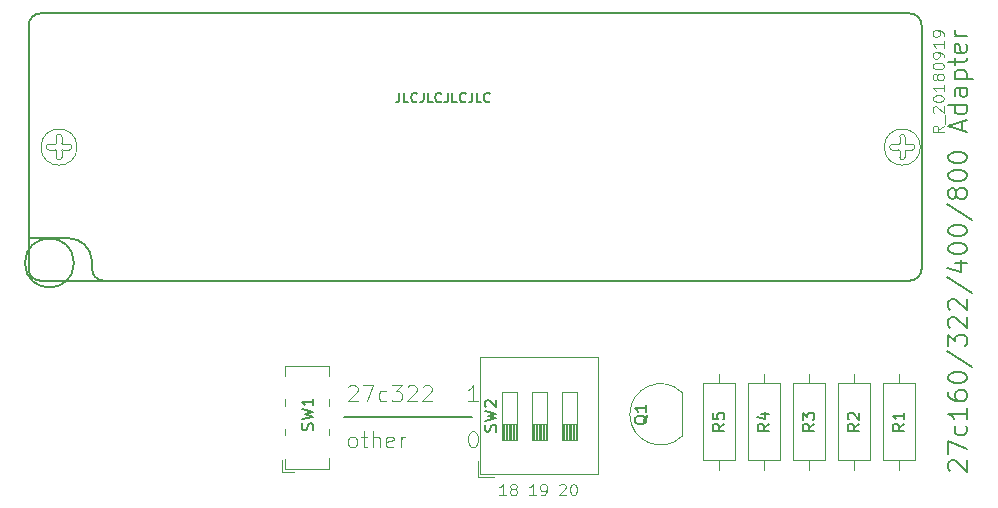
<source format=gbr>
G04 #@! TF.GenerationSoftware,KiCad,Pcbnew,(5.1.4)-1*
G04 #@! TF.CreationDate,2020-10-13T18:20:07+11:00*
G04 #@! TF.ProjectId,27C160_Adapter,32374331-3630-45f4-9164-61707465722e,rev?*
G04 #@! TF.SameCoordinates,Original*
G04 #@! TF.FileFunction,Legend,Top*
G04 #@! TF.FilePolarity,Positive*
%FSLAX46Y46*%
G04 Gerber Fmt 4.6, Leading zero omitted, Abs format (unit mm)*
G04 Created by KiCad (PCBNEW (5.1.4)-1) date 2020-10-13 18:20:07*
%MOMM*%
%LPD*%
G04 APERTURE LIST*
%ADD10C,0.200000*%
%ADD11C,0.081280*%
%ADD12C,0.134112*%
%ADD13C,0.150000*%
%ADD14C,0.113792*%
%ADD15C,0.120000*%
%ADD16C,0.203200*%
%ADD17C,0.101600*%
G04 APERTURE END LIST*
D10*
X139814761Y-91509904D02*
X139814761Y-92081333D01*
X139776666Y-92195619D01*
X139700476Y-92271809D01*
X139586190Y-92309904D01*
X139510000Y-92309904D01*
X140576666Y-92309904D02*
X140195714Y-92309904D01*
X140195714Y-91509904D01*
X141300476Y-92233714D02*
X141262380Y-92271809D01*
X141148095Y-92309904D01*
X141071904Y-92309904D01*
X140957619Y-92271809D01*
X140881428Y-92195619D01*
X140843333Y-92119428D01*
X140805238Y-91967047D01*
X140805238Y-91852761D01*
X140843333Y-91700380D01*
X140881428Y-91624190D01*
X140957619Y-91548000D01*
X141071904Y-91509904D01*
X141148095Y-91509904D01*
X141262380Y-91548000D01*
X141300476Y-91586095D01*
X141871904Y-91509904D02*
X141871904Y-92081333D01*
X141833809Y-92195619D01*
X141757619Y-92271809D01*
X141643333Y-92309904D01*
X141567142Y-92309904D01*
X142633809Y-92309904D02*
X142252857Y-92309904D01*
X142252857Y-91509904D01*
X143357619Y-92233714D02*
X143319523Y-92271809D01*
X143205238Y-92309904D01*
X143129047Y-92309904D01*
X143014761Y-92271809D01*
X142938571Y-92195619D01*
X142900476Y-92119428D01*
X142862380Y-91967047D01*
X142862380Y-91852761D01*
X142900476Y-91700380D01*
X142938571Y-91624190D01*
X143014761Y-91548000D01*
X143129047Y-91509904D01*
X143205238Y-91509904D01*
X143319523Y-91548000D01*
X143357619Y-91586095D01*
X143929047Y-91509904D02*
X143929047Y-92081333D01*
X143890952Y-92195619D01*
X143814761Y-92271809D01*
X143700476Y-92309904D01*
X143624285Y-92309904D01*
X144690952Y-92309904D02*
X144310000Y-92309904D01*
X144310000Y-91509904D01*
X145414761Y-92233714D02*
X145376666Y-92271809D01*
X145262380Y-92309904D01*
X145186190Y-92309904D01*
X145071904Y-92271809D01*
X144995714Y-92195619D01*
X144957619Y-92119428D01*
X144919523Y-91967047D01*
X144919523Y-91852761D01*
X144957619Y-91700380D01*
X144995714Y-91624190D01*
X145071904Y-91548000D01*
X145186190Y-91509904D01*
X145262380Y-91509904D01*
X145376666Y-91548000D01*
X145414761Y-91586095D01*
X145986190Y-91509904D02*
X145986190Y-92081333D01*
X145948095Y-92195619D01*
X145871904Y-92271809D01*
X145757619Y-92309904D01*
X145681428Y-92309904D01*
X146748095Y-92309904D02*
X146367142Y-92309904D01*
X146367142Y-91509904D01*
X147471904Y-92233714D02*
X147433809Y-92271809D01*
X147319523Y-92309904D01*
X147243333Y-92309904D01*
X147129047Y-92271809D01*
X147052857Y-92195619D01*
X147014761Y-92119428D01*
X146976666Y-91967047D01*
X146976666Y-91852761D01*
X147014761Y-91700380D01*
X147052857Y-91624190D01*
X147129047Y-91548000D01*
X147243333Y-91509904D01*
X147319523Y-91509904D01*
X147433809Y-91548000D01*
X147471904Y-91586095D01*
D11*
X185917598Y-94316585D02*
X185457979Y-94638318D01*
X185917598Y-94868128D02*
X184952398Y-94868128D01*
X184952398Y-94500433D01*
X184998360Y-94408509D01*
X185044321Y-94362547D01*
X185136245Y-94316585D01*
X185274131Y-94316585D01*
X185366055Y-94362547D01*
X185412017Y-94408509D01*
X185457979Y-94500433D01*
X185457979Y-94868128D01*
X186009521Y-94132738D02*
X186009521Y-93397347D01*
X185044321Y-93213499D02*
X184998360Y-93167538D01*
X184952398Y-93075614D01*
X184952398Y-92845804D01*
X184998360Y-92753880D01*
X185044321Y-92707918D01*
X185136245Y-92661957D01*
X185228169Y-92661957D01*
X185366055Y-92707918D01*
X185917598Y-93259461D01*
X185917598Y-92661957D01*
X184952398Y-92064452D02*
X184952398Y-91972528D01*
X184998360Y-91880604D01*
X185044321Y-91834642D01*
X185136245Y-91788680D01*
X185320093Y-91742718D01*
X185549902Y-91742718D01*
X185733750Y-91788680D01*
X185825674Y-91834642D01*
X185871636Y-91880604D01*
X185917598Y-91972528D01*
X185917598Y-92064452D01*
X185871636Y-92156376D01*
X185825674Y-92202338D01*
X185733750Y-92248299D01*
X185549902Y-92294261D01*
X185320093Y-92294261D01*
X185136245Y-92248299D01*
X185044321Y-92202338D01*
X184998360Y-92156376D01*
X184952398Y-92064452D01*
X185917598Y-90823480D02*
X185917598Y-91375023D01*
X185917598Y-91099252D02*
X184952398Y-91099252D01*
X185090283Y-91191176D01*
X185182207Y-91283099D01*
X185228169Y-91375023D01*
X185366055Y-90271938D02*
X185320093Y-90363861D01*
X185274131Y-90409823D01*
X185182207Y-90455785D01*
X185136245Y-90455785D01*
X185044321Y-90409823D01*
X184998360Y-90363861D01*
X184952398Y-90271938D01*
X184952398Y-90088090D01*
X184998360Y-89996166D01*
X185044321Y-89950204D01*
X185136245Y-89904242D01*
X185182207Y-89904242D01*
X185274131Y-89950204D01*
X185320093Y-89996166D01*
X185366055Y-90088090D01*
X185366055Y-90271938D01*
X185412017Y-90363861D01*
X185457979Y-90409823D01*
X185549902Y-90455785D01*
X185733750Y-90455785D01*
X185825674Y-90409823D01*
X185871636Y-90363861D01*
X185917598Y-90271938D01*
X185917598Y-90088090D01*
X185871636Y-89996166D01*
X185825674Y-89950204D01*
X185733750Y-89904242D01*
X185549902Y-89904242D01*
X185457979Y-89950204D01*
X185412017Y-89996166D01*
X185366055Y-90088090D01*
X184952398Y-89306738D02*
X184952398Y-89214814D01*
X184998360Y-89122890D01*
X185044321Y-89076928D01*
X185136245Y-89030966D01*
X185320093Y-88985004D01*
X185549902Y-88985004D01*
X185733750Y-89030966D01*
X185825674Y-89076928D01*
X185871636Y-89122890D01*
X185917598Y-89214814D01*
X185917598Y-89306738D01*
X185871636Y-89398661D01*
X185825674Y-89444623D01*
X185733750Y-89490585D01*
X185549902Y-89536547D01*
X185320093Y-89536547D01*
X185136245Y-89490585D01*
X185044321Y-89444623D01*
X184998360Y-89398661D01*
X184952398Y-89306738D01*
X185917598Y-88525385D02*
X185917598Y-88341538D01*
X185871636Y-88249614D01*
X185825674Y-88203652D01*
X185687788Y-88111728D01*
X185503940Y-88065766D01*
X185136245Y-88065766D01*
X185044321Y-88111728D01*
X184998360Y-88157690D01*
X184952398Y-88249614D01*
X184952398Y-88433461D01*
X184998360Y-88525385D01*
X185044321Y-88571347D01*
X185136245Y-88617309D01*
X185366055Y-88617309D01*
X185457979Y-88571347D01*
X185503940Y-88525385D01*
X185549902Y-88433461D01*
X185549902Y-88249614D01*
X185503940Y-88157690D01*
X185457979Y-88111728D01*
X185366055Y-88065766D01*
X185917598Y-87146528D02*
X185917598Y-87698071D01*
X185917598Y-87422299D02*
X184952398Y-87422299D01*
X185090283Y-87514223D01*
X185182207Y-87606147D01*
X185228169Y-87698071D01*
X185917598Y-86686909D02*
X185917598Y-86503061D01*
X185871636Y-86411138D01*
X185825674Y-86365176D01*
X185687788Y-86273252D01*
X185503940Y-86227290D01*
X185136245Y-86227290D01*
X185044321Y-86273252D01*
X184998360Y-86319214D01*
X184952398Y-86411138D01*
X184952398Y-86594985D01*
X184998360Y-86686909D01*
X185044321Y-86732871D01*
X185136245Y-86778833D01*
X185366055Y-86778833D01*
X185457979Y-86732871D01*
X185503940Y-86686909D01*
X185549902Y-86594985D01*
X185549902Y-86411138D01*
X185503940Y-86319214D01*
X185457979Y-86273252D01*
X185366055Y-86227290D01*
D12*
X186443257Y-123525482D02*
X186367420Y-123449645D01*
X186291582Y-123297971D01*
X186291582Y-122918785D01*
X186367420Y-122767111D01*
X186443257Y-122691274D01*
X186594931Y-122615436D01*
X186746605Y-122615436D01*
X186974117Y-122691274D01*
X187884162Y-123601319D01*
X187884162Y-122615436D01*
X186291582Y-122084576D02*
X186291582Y-121022856D01*
X187884162Y-121705391D01*
X187808325Y-119733625D02*
X187884162Y-119885299D01*
X187884162Y-120188648D01*
X187808325Y-120340322D01*
X187732488Y-120416159D01*
X187580814Y-120491996D01*
X187125791Y-120491996D01*
X186974117Y-120416159D01*
X186898280Y-120340322D01*
X186822442Y-120188648D01*
X186822442Y-119885299D01*
X186898280Y-119733625D01*
X187884162Y-118216882D02*
X187884162Y-119126928D01*
X187884162Y-118671905D02*
X186291582Y-118671905D01*
X186519094Y-118823579D01*
X186670768Y-118975254D01*
X186746605Y-119126928D01*
X186291582Y-116851814D02*
X186291582Y-117155162D01*
X186367420Y-117306836D01*
X186443257Y-117382674D01*
X186670768Y-117534348D01*
X186974117Y-117610185D01*
X187580814Y-117610185D01*
X187732488Y-117534348D01*
X187808325Y-117458511D01*
X187884162Y-117306836D01*
X187884162Y-117003488D01*
X187808325Y-116851814D01*
X187732488Y-116775976D01*
X187580814Y-116700139D01*
X187201628Y-116700139D01*
X187049954Y-116775976D01*
X186974117Y-116851814D01*
X186898280Y-117003488D01*
X186898280Y-117306836D01*
X186974117Y-117458511D01*
X187049954Y-117534348D01*
X187201628Y-117610185D01*
X186291582Y-115714256D02*
X186291582Y-115562582D01*
X186367420Y-115410908D01*
X186443257Y-115335071D01*
X186594931Y-115259234D01*
X186898280Y-115183396D01*
X187277465Y-115183396D01*
X187580814Y-115259234D01*
X187732488Y-115335071D01*
X187808325Y-115410908D01*
X187884162Y-115562582D01*
X187884162Y-115714256D01*
X187808325Y-115865931D01*
X187732488Y-115941768D01*
X187580814Y-116017605D01*
X187277465Y-116093442D01*
X186898280Y-116093442D01*
X186594931Y-116017605D01*
X186443257Y-115941768D01*
X186367420Y-115865931D01*
X186291582Y-115714256D01*
X186215745Y-113363305D02*
X188263348Y-114728374D01*
X186291582Y-112984119D02*
X186291582Y-111998236D01*
X186898280Y-112529096D01*
X186898280Y-112301585D01*
X186974117Y-112149911D01*
X187049954Y-112074074D01*
X187201628Y-111998236D01*
X187580814Y-111998236D01*
X187732488Y-112074074D01*
X187808325Y-112149911D01*
X187884162Y-112301585D01*
X187884162Y-112756608D01*
X187808325Y-112908282D01*
X187732488Y-112984119D01*
X186443257Y-111391539D02*
X186367420Y-111315702D01*
X186291582Y-111164028D01*
X186291582Y-110784842D01*
X186367420Y-110633168D01*
X186443257Y-110557331D01*
X186594931Y-110481494D01*
X186746605Y-110481494D01*
X186974117Y-110557331D01*
X187884162Y-111467376D01*
X187884162Y-110481494D01*
X186443257Y-109874796D02*
X186367420Y-109798959D01*
X186291582Y-109647285D01*
X186291582Y-109268099D01*
X186367420Y-109116425D01*
X186443257Y-109040588D01*
X186594931Y-108964751D01*
X186746605Y-108964751D01*
X186974117Y-109040588D01*
X187884162Y-109950634D01*
X187884162Y-108964751D01*
X186215745Y-107144659D02*
X188263348Y-108509728D01*
X186822442Y-105931265D02*
X187884162Y-105931265D01*
X186215745Y-106310451D02*
X187353302Y-106689636D01*
X187353302Y-105703754D01*
X186291582Y-104793708D02*
X186291582Y-104642034D01*
X186367420Y-104490359D01*
X186443257Y-104414522D01*
X186594931Y-104338685D01*
X186898280Y-104262848D01*
X187277465Y-104262848D01*
X187580814Y-104338685D01*
X187732488Y-104414522D01*
X187808325Y-104490359D01*
X187884162Y-104642034D01*
X187884162Y-104793708D01*
X187808325Y-104945382D01*
X187732488Y-105021219D01*
X187580814Y-105097056D01*
X187277465Y-105172894D01*
X186898280Y-105172894D01*
X186594931Y-105097056D01*
X186443257Y-105021219D01*
X186367420Y-104945382D01*
X186291582Y-104793708D01*
X186291582Y-103276965D02*
X186291582Y-103125291D01*
X186367420Y-102973616D01*
X186443257Y-102897779D01*
X186594931Y-102821942D01*
X186898280Y-102746105D01*
X187277465Y-102746105D01*
X187580814Y-102821942D01*
X187732488Y-102897779D01*
X187808325Y-102973616D01*
X187884162Y-103125291D01*
X187884162Y-103276965D01*
X187808325Y-103428639D01*
X187732488Y-103504476D01*
X187580814Y-103580314D01*
X187277465Y-103656151D01*
X186898280Y-103656151D01*
X186594931Y-103580314D01*
X186443257Y-103504476D01*
X186367420Y-103428639D01*
X186291582Y-103276965D01*
X186215745Y-100926014D02*
X188263348Y-102291082D01*
X186974117Y-100167642D02*
X186898280Y-100319316D01*
X186822442Y-100395154D01*
X186670768Y-100470991D01*
X186594931Y-100470991D01*
X186443257Y-100395154D01*
X186367420Y-100319316D01*
X186291582Y-100167642D01*
X186291582Y-99864294D01*
X186367420Y-99712619D01*
X186443257Y-99636782D01*
X186594931Y-99560945D01*
X186670768Y-99560945D01*
X186822442Y-99636782D01*
X186898280Y-99712619D01*
X186974117Y-99864294D01*
X186974117Y-100167642D01*
X187049954Y-100319316D01*
X187125791Y-100395154D01*
X187277465Y-100470991D01*
X187580814Y-100470991D01*
X187732488Y-100395154D01*
X187808325Y-100319316D01*
X187884162Y-100167642D01*
X187884162Y-99864294D01*
X187808325Y-99712619D01*
X187732488Y-99636782D01*
X187580814Y-99560945D01*
X187277465Y-99560945D01*
X187125791Y-99636782D01*
X187049954Y-99712619D01*
X186974117Y-99864294D01*
X186291582Y-98575062D02*
X186291582Y-98423388D01*
X186367420Y-98271714D01*
X186443257Y-98195876D01*
X186594931Y-98120039D01*
X186898280Y-98044202D01*
X187277465Y-98044202D01*
X187580814Y-98120039D01*
X187732488Y-98195876D01*
X187808325Y-98271714D01*
X187884162Y-98423388D01*
X187884162Y-98575062D01*
X187808325Y-98726736D01*
X187732488Y-98802574D01*
X187580814Y-98878411D01*
X187277465Y-98954248D01*
X186898280Y-98954248D01*
X186594931Y-98878411D01*
X186443257Y-98802574D01*
X186367420Y-98726736D01*
X186291582Y-98575062D01*
X186291582Y-97058319D02*
X186291582Y-96906645D01*
X186367420Y-96754971D01*
X186443257Y-96679134D01*
X186594931Y-96603296D01*
X186898280Y-96527459D01*
X187277465Y-96527459D01*
X187580814Y-96603296D01*
X187732488Y-96679134D01*
X187808325Y-96754971D01*
X187884162Y-96906645D01*
X187884162Y-97058319D01*
X187808325Y-97209994D01*
X187732488Y-97285831D01*
X187580814Y-97361668D01*
X187277465Y-97437505D01*
X186898280Y-97437505D01*
X186594931Y-97361668D01*
X186443257Y-97285831D01*
X186367420Y-97209994D01*
X186291582Y-97058319D01*
X187429140Y-94707368D02*
X187429140Y-93948996D01*
X187884162Y-94859042D02*
X186291582Y-94328182D01*
X187884162Y-93797322D01*
X187884162Y-92583928D02*
X186291582Y-92583928D01*
X187808325Y-92583928D02*
X187884162Y-92735602D01*
X187884162Y-93038951D01*
X187808325Y-93190625D01*
X187732488Y-93266462D01*
X187580814Y-93342299D01*
X187125791Y-93342299D01*
X186974117Y-93266462D01*
X186898280Y-93190625D01*
X186822442Y-93038951D01*
X186822442Y-92735602D01*
X186898280Y-92583928D01*
X187884162Y-91143022D02*
X187049954Y-91143022D01*
X186898280Y-91218859D01*
X186822442Y-91370534D01*
X186822442Y-91673882D01*
X186898280Y-91825556D01*
X187808325Y-91143022D02*
X187884162Y-91294696D01*
X187884162Y-91673882D01*
X187808325Y-91825556D01*
X187656651Y-91901394D01*
X187504977Y-91901394D01*
X187353302Y-91825556D01*
X187277465Y-91673882D01*
X187277465Y-91294696D01*
X187201628Y-91143022D01*
X186822442Y-90384651D02*
X188415022Y-90384651D01*
X186898280Y-90384651D02*
X186822442Y-90232976D01*
X186822442Y-89929628D01*
X186898280Y-89777954D01*
X186974117Y-89702116D01*
X187125791Y-89626279D01*
X187580814Y-89626279D01*
X187732488Y-89702116D01*
X187808325Y-89777954D01*
X187884162Y-89929628D01*
X187884162Y-90232976D01*
X187808325Y-90384651D01*
X186822442Y-89171256D02*
X186822442Y-88564559D01*
X186291582Y-88943745D02*
X187656651Y-88943745D01*
X187808325Y-88867908D01*
X187884162Y-88716234D01*
X187884162Y-88564559D01*
X187808325Y-87427002D02*
X187884162Y-87578676D01*
X187884162Y-87882025D01*
X187808325Y-88033699D01*
X187656651Y-88109536D01*
X187049954Y-88109536D01*
X186898280Y-88033699D01*
X186822442Y-87882025D01*
X186822442Y-87578676D01*
X186898280Y-87427002D01*
X187049954Y-87351165D01*
X187201628Y-87351165D01*
X187353302Y-88109536D01*
X187884162Y-86668631D02*
X186822442Y-86668631D01*
X187125791Y-86668631D02*
X186974117Y-86592794D01*
X186898280Y-86516956D01*
X186822442Y-86365282D01*
X186822442Y-86213608D01*
D11*
X148831082Y-125607838D02*
X148279539Y-125607838D01*
X148555310Y-125607838D02*
X148555310Y-124642638D01*
X148463387Y-124780523D01*
X148371463Y-124872447D01*
X148279539Y-124918409D01*
X149382625Y-125056295D02*
X149290701Y-125010333D01*
X149244739Y-124964371D01*
X149198777Y-124872447D01*
X149198777Y-124826485D01*
X149244739Y-124734561D01*
X149290701Y-124688600D01*
X149382625Y-124642638D01*
X149566472Y-124642638D01*
X149658396Y-124688600D01*
X149704358Y-124734561D01*
X149750320Y-124826485D01*
X149750320Y-124872447D01*
X149704358Y-124964371D01*
X149658396Y-125010333D01*
X149566472Y-125056295D01*
X149382625Y-125056295D01*
X149290701Y-125102257D01*
X149244739Y-125148219D01*
X149198777Y-125240142D01*
X149198777Y-125423990D01*
X149244739Y-125515914D01*
X149290701Y-125561876D01*
X149382625Y-125607838D01*
X149566472Y-125607838D01*
X149658396Y-125561876D01*
X149704358Y-125515914D01*
X149750320Y-125423990D01*
X149750320Y-125240142D01*
X149704358Y-125148219D01*
X149658396Y-125102257D01*
X149566472Y-125056295D01*
X151371082Y-125607838D02*
X150819539Y-125607838D01*
X151095310Y-125607838D02*
X151095310Y-124642638D01*
X151003387Y-124780523D01*
X150911463Y-124872447D01*
X150819539Y-124918409D01*
X151830701Y-125607838D02*
X152014548Y-125607838D01*
X152106472Y-125561876D01*
X152152434Y-125515914D01*
X152244358Y-125378028D01*
X152290320Y-125194180D01*
X152290320Y-124826485D01*
X152244358Y-124734561D01*
X152198396Y-124688600D01*
X152106472Y-124642638D01*
X151922625Y-124642638D01*
X151830701Y-124688600D01*
X151784739Y-124734561D01*
X151738777Y-124826485D01*
X151738777Y-125056295D01*
X151784739Y-125148219D01*
X151830701Y-125194180D01*
X151922625Y-125240142D01*
X152106472Y-125240142D01*
X152198396Y-125194180D01*
X152244358Y-125148219D01*
X152290320Y-125056295D01*
X153359539Y-124734561D02*
X153405501Y-124688600D01*
X153497425Y-124642638D01*
X153727234Y-124642638D01*
X153819158Y-124688600D01*
X153865120Y-124734561D01*
X153911082Y-124826485D01*
X153911082Y-124918409D01*
X153865120Y-125056295D01*
X153313577Y-125607838D01*
X153911082Y-125607838D01*
X154508587Y-124642638D02*
X154600510Y-124642638D01*
X154692434Y-124688600D01*
X154738396Y-124734561D01*
X154784358Y-124826485D01*
X154830320Y-125010333D01*
X154830320Y-125240142D01*
X154784358Y-125423990D01*
X154738396Y-125515914D01*
X154692434Y-125561876D01*
X154600510Y-125607838D01*
X154508587Y-125607838D01*
X154416663Y-125561876D01*
X154370701Y-125515914D01*
X154324739Y-125423990D01*
X154278777Y-125240142D01*
X154278777Y-125010333D01*
X154324739Y-124826485D01*
X154370701Y-124734561D01*
X154416663Y-124688600D01*
X154508587Y-124642638D01*
D13*
X135166100Y-118973600D02*
X145961100Y-118973600D01*
D14*
X135497451Y-116416666D02*
X135561798Y-116352320D01*
X135690491Y-116287973D01*
X136012224Y-116287973D01*
X136140918Y-116352320D01*
X136205264Y-116416666D01*
X136269611Y-116545360D01*
X136269611Y-116674053D01*
X136205264Y-116867093D01*
X135433104Y-117639253D01*
X136269611Y-117639253D01*
X136720038Y-116287973D02*
X137620891Y-116287973D01*
X137041771Y-117639253D01*
X138714784Y-117574906D02*
X138586091Y-117639253D01*
X138328704Y-117639253D01*
X138200011Y-117574906D01*
X138135664Y-117510560D01*
X138071318Y-117381866D01*
X138071318Y-116995786D01*
X138135664Y-116867093D01*
X138200011Y-116802746D01*
X138328704Y-116738400D01*
X138586091Y-116738400D01*
X138714784Y-116802746D01*
X139165211Y-116287973D02*
X140001718Y-116287973D01*
X139551291Y-116802746D01*
X139744331Y-116802746D01*
X139873024Y-116867093D01*
X139937371Y-116931440D01*
X140001718Y-117060133D01*
X140001718Y-117381866D01*
X139937371Y-117510560D01*
X139873024Y-117574906D01*
X139744331Y-117639253D01*
X139358251Y-117639253D01*
X139229558Y-117574906D01*
X139165211Y-117510560D01*
X140516491Y-116416666D02*
X140580838Y-116352320D01*
X140709531Y-116287973D01*
X141031264Y-116287973D01*
X141159958Y-116352320D01*
X141224304Y-116416666D01*
X141288651Y-116545360D01*
X141288651Y-116674053D01*
X141224304Y-116867093D01*
X140452144Y-117639253D01*
X141288651Y-117639253D01*
X141803424Y-116416666D02*
X141867771Y-116352320D01*
X141996464Y-116287973D01*
X142318198Y-116287973D01*
X142446891Y-116352320D01*
X142511238Y-116416666D01*
X142575584Y-116545360D01*
X142575584Y-116674053D01*
X142511238Y-116867093D01*
X141739078Y-117639253D01*
X142575584Y-117639253D01*
X135754838Y-121530533D02*
X135626144Y-121466186D01*
X135561798Y-121401840D01*
X135497451Y-121273146D01*
X135497451Y-120887066D01*
X135561798Y-120758373D01*
X135626144Y-120694026D01*
X135754838Y-120629680D01*
X135947878Y-120629680D01*
X136076571Y-120694026D01*
X136140918Y-120758373D01*
X136205264Y-120887066D01*
X136205264Y-121273146D01*
X136140918Y-121401840D01*
X136076571Y-121466186D01*
X135947878Y-121530533D01*
X135754838Y-121530533D01*
X136591344Y-120629680D02*
X137106118Y-120629680D01*
X136784384Y-120179253D02*
X136784384Y-121337493D01*
X136848731Y-121466186D01*
X136977424Y-121530533D01*
X137106118Y-121530533D01*
X137556544Y-121530533D02*
X137556544Y-120179253D01*
X138135664Y-121530533D02*
X138135664Y-120822720D01*
X138071318Y-120694026D01*
X137942624Y-120629680D01*
X137749584Y-120629680D01*
X137620891Y-120694026D01*
X137556544Y-120758373D01*
X139293904Y-121466186D02*
X139165211Y-121530533D01*
X138907824Y-121530533D01*
X138779131Y-121466186D01*
X138714784Y-121337493D01*
X138714784Y-120822720D01*
X138779131Y-120694026D01*
X138907824Y-120629680D01*
X139165211Y-120629680D01*
X139293904Y-120694026D01*
X139358251Y-120822720D01*
X139358251Y-120951413D01*
X138714784Y-121080106D01*
X139937371Y-121530533D02*
X139937371Y-120629680D01*
X139937371Y-120887066D02*
X140001718Y-120758373D01*
X140066064Y-120694026D01*
X140194758Y-120629680D01*
X140323451Y-120629680D01*
X146429611Y-117639253D02*
X145657451Y-117639253D01*
X146043531Y-117639253D02*
X146043531Y-116287973D01*
X145914838Y-116481013D01*
X145786144Y-116609706D01*
X145657451Y-116674053D01*
X145979184Y-120179253D02*
X146107878Y-120179253D01*
X146236571Y-120243600D01*
X146300918Y-120307946D01*
X146365264Y-120436640D01*
X146429611Y-120694026D01*
X146429611Y-121015760D01*
X146365264Y-121273146D01*
X146300918Y-121401840D01*
X146236571Y-121466186D01*
X146107878Y-121530533D01*
X145979184Y-121530533D01*
X145850491Y-121466186D01*
X145786144Y-121401840D01*
X145721798Y-121273146D01*
X145657451Y-121015760D01*
X145657451Y-120694026D01*
X145721798Y-120436640D01*
X145786144Y-120307946D01*
X145850491Y-120243600D01*
X145979184Y-120179253D01*
D15*
X174498000Y-123420000D02*
X174498000Y-122650000D01*
X174498000Y-115340000D02*
X174498000Y-116110000D01*
X175868000Y-122650000D02*
X175868000Y-116110000D01*
X173128000Y-122650000D02*
X175868000Y-122650000D01*
X173128000Y-116110000D02*
X173128000Y-122650000D01*
X175868000Y-116110000D02*
X173128000Y-116110000D01*
X163763478Y-116906522D02*
G75*
G03X159325000Y-118745000I-1838478J-1838478D01*
G01*
X163763478Y-120583478D02*
G75*
G02X159325000Y-118745000I-1838478J1838478D01*
G01*
X163775000Y-120545000D02*
X163775000Y-116945000D01*
X178308000Y-123420000D02*
X178308000Y-122650000D01*
X178308000Y-115340000D02*
X178308000Y-116110000D01*
X179678000Y-122650000D02*
X179678000Y-116110000D01*
X176938000Y-122650000D02*
X179678000Y-122650000D01*
X176938000Y-116110000D02*
X176938000Y-122650000D01*
X179678000Y-116110000D02*
X176938000Y-116110000D01*
X182118000Y-123420000D02*
X182118000Y-122650000D01*
X182118000Y-115340000D02*
X182118000Y-116110000D01*
X183488000Y-122650000D02*
X183488000Y-116110000D01*
X180748000Y-122650000D02*
X183488000Y-122650000D01*
X180748000Y-116110000D02*
X180748000Y-122650000D01*
X183488000Y-116110000D02*
X180748000Y-116110000D01*
X170688000Y-115340000D02*
X170688000Y-116110000D01*
X170688000Y-123420000D02*
X170688000Y-122650000D01*
X169318000Y-116110000D02*
X169318000Y-122650000D01*
X172058000Y-116110000D02*
X169318000Y-116110000D01*
X172058000Y-122650000D02*
X172058000Y-116110000D01*
X169318000Y-122650000D02*
X172058000Y-122650000D01*
X166878000Y-115340000D02*
X166878000Y-116110000D01*
X166878000Y-123420000D02*
X166878000Y-122650000D01*
X165508000Y-116110000D02*
X165508000Y-122650000D01*
X168248000Y-116110000D02*
X165508000Y-116110000D01*
X168248000Y-122650000D02*
X168248000Y-116110000D01*
X165508000Y-122650000D02*
X168248000Y-122650000D01*
X153543000Y-119548667D02*
X154813000Y-119548667D01*
X154743000Y-120902000D02*
X154743000Y-119548667D01*
X154623000Y-120902000D02*
X154623000Y-119548667D01*
X154503000Y-120902000D02*
X154503000Y-119548667D01*
X154383000Y-120902000D02*
X154383000Y-119548667D01*
X154263000Y-120902000D02*
X154263000Y-119548667D01*
X154143000Y-120902000D02*
X154143000Y-119548667D01*
X154023000Y-120902000D02*
X154023000Y-119548667D01*
X153903000Y-120902000D02*
X153903000Y-119548667D01*
X153783000Y-120902000D02*
X153783000Y-119548667D01*
X153663000Y-120902000D02*
X153663000Y-119548667D01*
X153543000Y-116842000D02*
X153543000Y-120902000D01*
X154813000Y-116842000D02*
X153543000Y-116842000D01*
X154813000Y-120902000D02*
X154813000Y-116842000D01*
X153543000Y-120902000D02*
X154813000Y-120902000D01*
X151003000Y-119548667D02*
X152273000Y-119548667D01*
X152203000Y-120902000D02*
X152203000Y-119548667D01*
X152083000Y-120902000D02*
X152083000Y-119548667D01*
X151963000Y-120902000D02*
X151963000Y-119548667D01*
X151843000Y-120902000D02*
X151843000Y-119548667D01*
X151723000Y-120902000D02*
X151723000Y-119548667D01*
X151603000Y-120902000D02*
X151603000Y-119548667D01*
X151483000Y-120902000D02*
X151483000Y-119548667D01*
X151363000Y-120902000D02*
X151363000Y-119548667D01*
X151243000Y-120902000D02*
X151243000Y-119548667D01*
X151123000Y-120902000D02*
X151123000Y-119548667D01*
X151003000Y-116842000D02*
X151003000Y-120902000D01*
X152273000Y-116842000D02*
X151003000Y-116842000D01*
X152273000Y-120902000D02*
X152273000Y-116842000D01*
X151003000Y-120902000D02*
X152273000Y-120902000D01*
X148463000Y-119548667D02*
X149733000Y-119548667D01*
X149663000Y-120902000D02*
X149663000Y-119548667D01*
X149543000Y-120902000D02*
X149543000Y-119548667D01*
X149423000Y-120902000D02*
X149423000Y-119548667D01*
X149303000Y-120902000D02*
X149303000Y-119548667D01*
X149183000Y-120902000D02*
X149183000Y-119548667D01*
X149063000Y-120902000D02*
X149063000Y-119548667D01*
X148943000Y-120902000D02*
X148943000Y-119548667D01*
X148823000Y-120902000D02*
X148823000Y-119548667D01*
X148703000Y-120902000D02*
X148703000Y-119548667D01*
X148583000Y-120902000D02*
X148583000Y-119548667D01*
X148463000Y-116842000D02*
X148463000Y-120902000D01*
X149733000Y-116842000D02*
X148463000Y-116842000D01*
X149733000Y-120902000D02*
X149733000Y-116842000D01*
X148463000Y-120902000D02*
X149733000Y-120902000D01*
X146438000Y-124062000D02*
X147821000Y-124062000D01*
X146438000Y-124062000D02*
X146438000Y-122678000D01*
X146678000Y-113922000D02*
X156598000Y-113922000D01*
X146678000Y-123822000D02*
X156598000Y-123822000D01*
X156598000Y-123822000D02*
X156598000Y-113922000D01*
X146678000Y-123822000D02*
X146678000Y-113922000D01*
X129854000Y-123649000D02*
X129854000Y-122649000D01*
X130854000Y-123649000D02*
X129854000Y-123649000D01*
X133854000Y-123349000D02*
X130154000Y-123349000D01*
X133854000Y-122469000D02*
X133854000Y-123349000D01*
X133854000Y-119969000D02*
X133854000Y-120529000D01*
X133854000Y-117479000D02*
X133854000Y-118029000D01*
X133854000Y-114649000D02*
X133854000Y-115519000D01*
X130154000Y-114649000D02*
X133854000Y-114649000D01*
X130154000Y-115529000D02*
X130154000Y-114649000D01*
X130154000Y-118029000D02*
X130154000Y-117469000D01*
X130154000Y-120499000D02*
X130154000Y-119969000D01*
X130154000Y-123349000D02*
X130154000Y-122499000D01*
D16*
X109426000Y-84803600D02*
G75*
G03X108426000Y-85803600I0J-1000000D01*
G01*
X109426000Y-84803600D02*
X183026000Y-84803600D01*
X184026000Y-85803600D02*
G75*
G03X183026000Y-84803600I-1000000J0D01*
G01*
X184026000Y-85803600D02*
X184026000Y-106423600D01*
X183026000Y-107423600D02*
G75*
G03X184026000Y-106423600I0J1000000D01*
G01*
X183026000Y-107423600D02*
X109426000Y-107423600D01*
X108426000Y-106423600D02*
G75*
G03X109426000Y-107423600I1000000J0D01*
G01*
X108426000Y-106423600D02*
X108426000Y-85803600D01*
D17*
X110766000Y-95803600D02*
X110766000Y-95263600D01*
X110996000Y-95033600D02*
G75*
G03X110766000Y-95263600I0J-230000D01*
G01*
X111226000Y-95263600D02*
G75*
G03X110996000Y-95033600I-230000J0D01*
G01*
X111226000Y-95263600D02*
X111226000Y-95813600D01*
D16*
X108536000Y-103823600D02*
X111786000Y-103823600D01*
X113786000Y-105773598D02*
G75*
G03X111786000Y-103823600I-1999959J-50601D01*
G01*
X113786000Y-105773600D02*
X113786000Y-106423600D01*
X114836002Y-107423599D02*
G75*
G02X113786000Y-106423600I-48811J1000000D01*
G01*
D17*
X110686000Y-96343600D02*
X110146000Y-96343600D01*
X109916000Y-96113600D02*
G75*
G03X110146000Y-96343600I230000J0D01*
G01*
X110146000Y-95883600D02*
G75*
G03X109916000Y-96113600I0J-230000D01*
G01*
X110146000Y-95883600D02*
X110696000Y-95883600D01*
X110766000Y-95813600D02*
G75*
G02X110696000Y-95883600I-70000J0D01*
G01*
X110686000Y-96343600D02*
G75*
G02X110756000Y-96413600I0J-70000D01*
G01*
X111226000Y-96423600D02*
X111226000Y-96963600D01*
X110996000Y-97193600D02*
G75*
G03X111226000Y-96963600I0J230000D01*
G01*
X110766000Y-96963600D02*
G75*
G03X110996000Y-97193600I230000J0D01*
G01*
X110766000Y-96963600D02*
X110766000Y-96413600D01*
X111306000Y-95883600D02*
X111846000Y-95883600D01*
X112076000Y-96113600D02*
G75*
G03X111846000Y-95883600I-230000J0D01*
G01*
X111846000Y-96343600D02*
G75*
G03X112076000Y-96113600I0J230000D01*
G01*
X111846000Y-96343600D02*
X111296000Y-96343600D01*
X111226000Y-96413600D02*
G75*
G02X111296000Y-96343600I70000J0D01*
G01*
X111296000Y-95883600D02*
G75*
G02X111226000Y-95813600I0J70000D01*
G01*
X182166000Y-95803600D02*
X182166000Y-95263600D01*
X182396000Y-95033600D02*
G75*
G03X182166000Y-95263600I0J-230000D01*
G01*
X182626000Y-95263600D02*
G75*
G03X182396000Y-95033600I-230000J0D01*
G01*
X182626000Y-95263600D02*
X182626000Y-95813600D01*
X182086000Y-96343600D02*
X181546000Y-96343600D01*
X181316000Y-96113600D02*
G75*
G03X181546000Y-96343600I230000J0D01*
G01*
X181546000Y-95883600D02*
G75*
G03X181316000Y-96113600I0J-230000D01*
G01*
X181546000Y-95883600D02*
X182096000Y-95883600D01*
X182166000Y-95813600D02*
G75*
G02X182096000Y-95883600I-70000J0D01*
G01*
X182086000Y-96343600D02*
G75*
G02X182156000Y-96413600I0J-70000D01*
G01*
X182626000Y-96423600D02*
X182626000Y-96963600D01*
X182396000Y-97193600D02*
G75*
G03X182626000Y-96963600I0J230000D01*
G01*
X182166000Y-96963600D02*
G75*
G03X182396000Y-97193600I230000J0D01*
G01*
X182166000Y-96963600D02*
X182166000Y-96413600D01*
X182706000Y-95883600D02*
X183246000Y-95883600D01*
X183476000Y-96113600D02*
G75*
G03X183246000Y-95883600I-230000J0D01*
G01*
X183246000Y-96343600D02*
G75*
G03X183476000Y-96113600I0J230000D01*
G01*
X183246000Y-96343600D02*
X182696000Y-96343600D01*
X182626000Y-96413600D02*
G75*
G02X182696000Y-96343600I70000J0D01*
G01*
X182696000Y-95883600D02*
G75*
G02X182626000Y-95813600I0J70000D01*
G01*
X112526000Y-96113600D02*
G75*
G03X112526000Y-96113600I-1530000J0D01*
G01*
D16*
X112257800Y-105923600D02*
G75*
G03X112257800Y-105923600I-2071800J0D01*
G01*
D17*
X183926000Y-96113600D02*
G75*
G03X183926000Y-96113600I-1530000J0D01*
G01*
D13*
X174950380Y-119546666D02*
X174474190Y-119880000D01*
X174950380Y-120118095D02*
X173950380Y-120118095D01*
X173950380Y-119737142D01*
X173998000Y-119641904D01*
X174045619Y-119594285D01*
X174140857Y-119546666D01*
X174283714Y-119546666D01*
X174378952Y-119594285D01*
X174426571Y-119641904D01*
X174474190Y-119737142D01*
X174474190Y-120118095D01*
X173950380Y-119213333D02*
X173950380Y-118594285D01*
X174331333Y-118927619D01*
X174331333Y-118784761D01*
X174378952Y-118689523D01*
X174426571Y-118641904D01*
X174521809Y-118594285D01*
X174759904Y-118594285D01*
X174855142Y-118641904D01*
X174902761Y-118689523D01*
X174950380Y-118784761D01*
X174950380Y-119070476D01*
X174902761Y-119165714D01*
X174855142Y-119213333D01*
X160821619Y-118840238D02*
X160774000Y-118935476D01*
X160678761Y-119030714D01*
X160535904Y-119173571D01*
X160488285Y-119268809D01*
X160488285Y-119364047D01*
X160726380Y-119316428D02*
X160678761Y-119411666D01*
X160583523Y-119506904D01*
X160393047Y-119554523D01*
X160059714Y-119554523D01*
X159869238Y-119506904D01*
X159774000Y-119411666D01*
X159726380Y-119316428D01*
X159726380Y-119125952D01*
X159774000Y-119030714D01*
X159869238Y-118935476D01*
X160059714Y-118887857D01*
X160393047Y-118887857D01*
X160583523Y-118935476D01*
X160678761Y-119030714D01*
X160726380Y-119125952D01*
X160726380Y-119316428D01*
X160726380Y-117935476D02*
X160726380Y-118506904D01*
X160726380Y-118221190D02*
X159726380Y-118221190D01*
X159869238Y-118316428D01*
X159964476Y-118411666D01*
X160012095Y-118506904D01*
X178760380Y-119546666D02*
X178284190Y-119880000D01*
X178760380Y-120118095D02*
X177760380Y-120118095D01*
X177760380Y-119737142D01*
X177808000Y-119641904D01*
X177855619Y-119594285D01*
X177950857Y-119546666D01*
X178093714Y-119546666D01*
X178188952Y-119594285D01*
X178236571Y-119641904D01*
X178284190Y-119737142D01*
X178284190Y-120118095D01*
X177855619Y-119165714D02*
X177808000Y-119118095D01*
X177760380Y-119022857D01*
X177760380Y-118784761D01*
X177808000Y-118689523D01*
X177855619Y-118641904D01*
X177950857Y-118594285D01*
X178046095Y-118594285D01*
X178188952Y-118641904D01*
X178760380Y-119213333D01*
X178760380Y-118594285D01*
X182570380Y-119546666D02*
X182094190Y-119880000D01*
X182570380Y-120118095D02*
X181570380Y-120118095D01*
X181570380Y-119737142D01*
X181618000Y-119641904D01*
X181665619Y-119594285D01*
X181760857Y-119546666D01*
X181903714Y-119546666D01*
X181998952Y-119594285D01*
X182046571Y-119641904D01*
X182094190Y-119737142D01*
X182094190Y-120118095D01*
X182570380Y-118594285D02*
X182570380Y-119165714D01*
X182570380Y-118880000D02*
X181570380Y-118880000D01*
X181713238Y-118975238D01*
X181808476Y-119070476D01*
X181856095Y-119165714D01*
X171140380Y-119546666D02*
X170664190Y-119880000D01*
X171140380Y-120118095D02*
X170140380Y-120118095D01*
X170140380Y-119737142D01*
X170188000Y-119641904D01*
X170235619Y-119594285D01*
X170330857Y-119546666D01*
X170473714Y-119546666D01*
X170568952Y-119594285D01*
X170616571Y-119641904D01*
X170664190Y-119737142D01*
X170664190Y-120118095D01*
X170473714Y-118689523D02*
X171140380Y-118689523D01*
X170092761Y-118927619D02*
X170807047Y-119165714D01*
X170807047Y-118546666D01*
X167330380Y-119546666D02*
X166854190Y-119880000D01*
X167330380Y-120118095D02*
X166330380Y-120118095D01*
X166330380Y-119737142D01*
X166378000Y-119641904D01*
X166425619Y-119594285D01*
X166520857Y-119546666D01*
X166663714Y-119546666D01*
X166758952Y-119594285D01*
X166806571Y-119641904D01*
X166854190Y-119737142D01*
X166854190Y-120118095D01*
X166330380Y-118641904D02*
X166330380Y-119118095D01*
X166806571Y-119165714D01*
X166758952Y-119118095D01*
X166711333Y-119022857D01*
X166711333Y-118784761D01*
X166758952Y-118689523D01*
X166806571Y-118641904D01*
X166901809Y-118594285D01*
X167139904Y-118594285D01*
X167235142Y-118641904D01*
X167282761Y-118689523D01*
X167330380Y-118784761D01*
X167330380Y-119022857D01*
X167282761Y-119118095D01*
X167235142Y-119165714D01*
X147978761Y-120205333D02*
X148026380Y-120062476D01*
X148026380Y-119824380D01*
X147978761Y-119729142D01*
X147931142Y-119681523D01*
X147835904Y-119633904D01*
X147740666Y-119633904D01*
X147645428Y-119681523D01*
X147597809Y-119729142D01*
X147550190Y-119824380D01*
X147502571Y-120014857D01*
X147454952Y-120110095D01*
X147407333Y-120157714D01*
X147312095Y-120205333D01*
X147216857Y-120205333D01*
X147121619Y-120157714D01*
X147074000Y-120110095D01*
X147026380Y-120014857D01*
X147026380Y-119776761D01*
X147074000Y-119633904D01*
X147026380Y-119300571D02*
X148026380Y-119062476D01*
X147312095Y-118872000D01*
X148026380Y-118681523D01*
X147026380Y-118443428D01*
X147121619Y-118110095D02*
X147074000Y-118062476D01*
X147026380Y-117967238D01*
X147026380Y-117729142D01*
X147074000Y-117633904D01*
X147121619Y-117586285D01*
X147216857Y-117538666D01*
X147312095Y-117538666D01*
X147454952Y-117586285D01*
X148026380Y-118157714D01*
X148026380Y-117538666D01*
X132484761Y-120078333D02*
X132532380Y-119935476D01*
X132532380Y-119697380D01*
X132484761Y-119602142D01*
X132437142Y-119554523D01*
X132341904Y-119506904D01*
X132246666Y-119506904D01*
X132151428Y-119554523D01*
X132103809Y-119602142D01*
X132056190Y-119697380D01*
X132008571Y-119887857D01*
X131960952Y-119983095D01*
X131913333Y-120030714D01*
X131818095Y-120078333D01*
X131722857Y-120078333D01*
X131627619Y-120030714D01*
X131580000Y-119983095D01*
X131532380Y-119887857D01*
X131532380Y-119649761D01*
X131580000Y-119506904D01*
X131532380Y-119173571D02*
X132532380Y-118935476D01*
X131818095Y-118745000D01*
X132532380Y-118554523D01*
X131532380Y-118316428D01*
X132532380Y-117411666D02*
X132532380Y-117983095D01*
X132532380Y-117697380D02*
X131532380Y-117697380D01*
X131675238Y-117792619D01*
X131770476Y-117887857D01*
X131818095Y-117983095D01*
M02*

</source>
